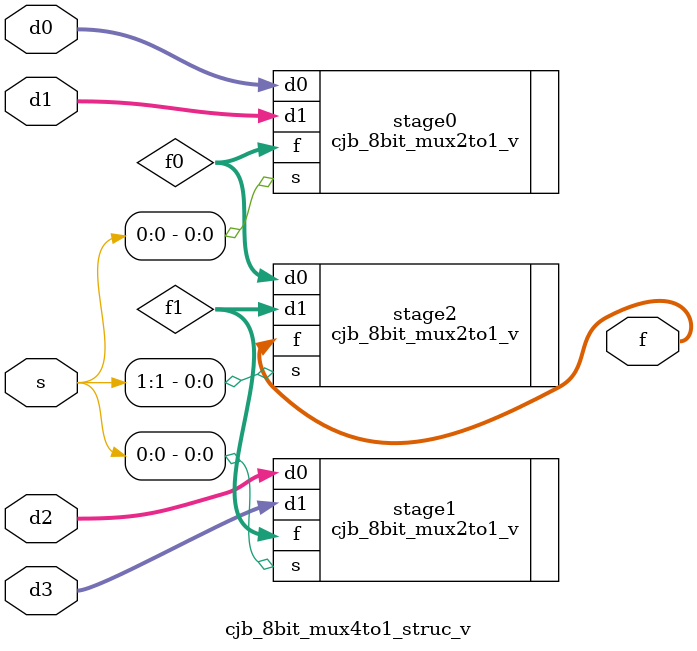
<source format=v>
module cjb_8bit_mux4to1_struc_v (d3, d2, d1, d0, s, f);

input	[7:0] d3, d2, d1, d0;
input [1:0] s;
output [7:0] f;
wire [7:0] f1, f0;

cjb_8bit_mux2to1_v stage0 (.d1 (d1), .d0 (d0), .s (s[0]), .f (f0));
cjb_8bit_mux2to1_v stage1 (.d1 (d3), .d0 (d2), .s (s[0]), .f (f1));
cjb_8bit_mux2to1_v stage2 (.d1 (f1), .d0 (f0), .s (s[1]), .f (f));

endmodule 
</source>
